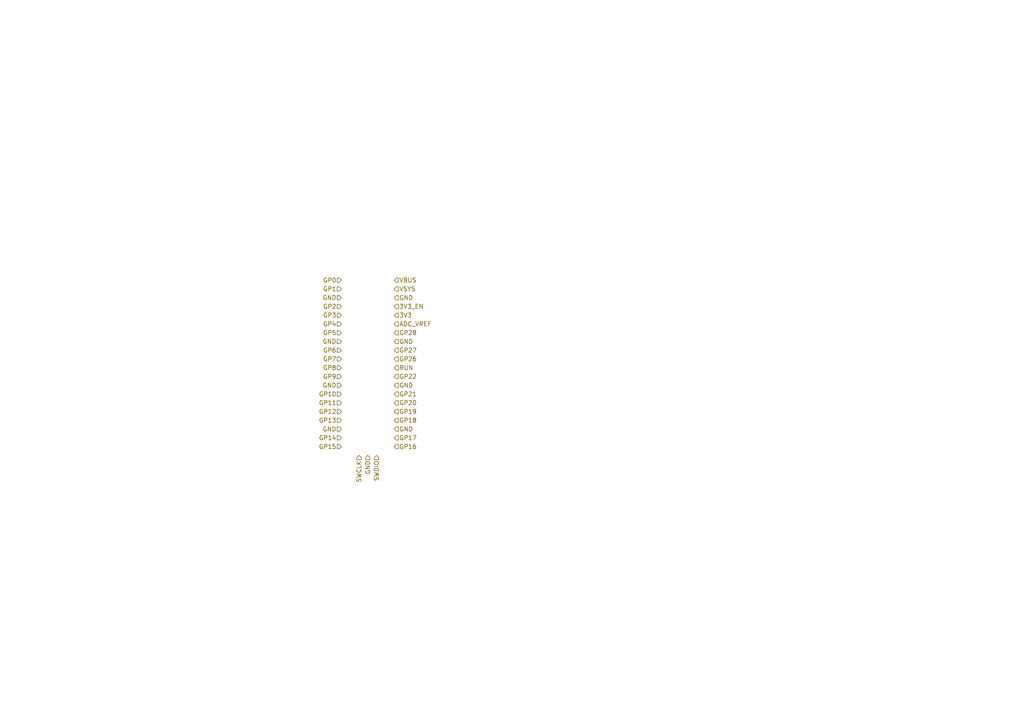
<source format=kicad_sch>
(kicad_sch
	(version 20231120)
	(generator "eeschema")
	(generator_version "8.0")
	(uuid "e790e195-0c4b-46fa-8a57-9298d5682465")
	(paper "A4")
	(lib_symbols)
	(hierarchical_label "GP15"
		(shape input)
		(at 99.06 129.54 180)
		(effects
			(font
				(size 1.27 1.27)
			)
			(justify right)
		)
		(uuid "00111129-7f69-4f7f-a806-a650cbeca7a1")
	)
	(hierarchical_label "GP5"
		(shape input)
		(at 99.06 96.52 180)
		(effects
			(font
				(size 1.27 1.27)
			)
			(justify right)
		)
		(uuid "0b9d8b2c-2e4a-4628-844e-56d38f4e1cb4")
	)
	(hierarchical_label "GP0"
		(shape input)
		(at 99.06 81.28 180)
		(effects
			(font
				(size 1.27 1.27)
			)
			(justify right)
		)
		(uuid "194a1127-d13e-4899-91b0-3be0be710b4d")
	)
	(hierarchical_label "GP1"
		(shape input)
		(at 99.06 83.82 180)
		(effects
			(font
				(size 1.27 1.27)
			)
			(justify right)
		)
		(uuid "21471786-7517-46c1-8cff-9afd0ace4ade")
	)
	(hierarchical_label "GP26"
		(shape input)
		(at 114.3 104.14 0)
		(effects
			(font
				(size 1.27 1.27)
			)
			(justify left)
		)
		(uuid "25854891-30a0-4159-aac9-5b6662384199")
	)
	(hierarchical_label "VBUS"
		(shape input)
		(at 114.3 81.28 0)
		(effects
			(font
				(size 1.27 1.27)
			)
			(justify left)
		)
		(uuid "27f40aa5-d4fc-411b-8b48-21e2829b81df")
	)
	(hierarchical_label "GP28"
		(shape input)
		(at 114.3 96.52 0)
		(effects
			(font
				(size 1.27 1.27)
			)
			(justify left)
		)
		(uuid "31acfc82-702d-445f-991f-561ab6f87c6f")
	)
	(hierarchical_label "GP12"
		(shape input)
		(at 99.06 119.38 180)
		(effects
			(font
				(size 1.27 1.27)
			)
			(justify right)
		)
		(uuid "37990b6a-c5b5-4963-800a-aaf8bbefec11")
	)
	(hierarchical_label "GP10"
		(shape input)
		(at 99.06 114.3 180)
		(effects
			(font
				(size 1.27 1.27)
			)
			(justify right)
		)
		(uuid "3e8a400c-0d1c-4a3e-b576-addee21e29b6")
	)
	(hierarchical_label "GP21"
		(shape input)
		(at 114.3 114.3 0)
		(effects
			(font
				(size 1.27 1.27)
			)
			(justify left)
		)
		(uuid "3fa29605-ffbb-4a78-a83b-0d6cb2c6714b")
	)
	(hierarchical_label "GP6"
		(shape input)
		(at 99.06 101.6 180)
		(effects
			(font
				(size 1.27 1.27)
			)
			(justify right)
		)
		(uuid "4e275f50-6d6e-4418-9cdd-63d3d342ed61")
	)
	(hierarchical_label "GND"
		(shape input)
		(at 106.68 132.08 270)
		(effects
			(font
				(size 1.27 1.27)
			)
			(justify right)
		)
		(uuid "500c94e6-9166-45fd-9bb4-1be8e8bad46d")
	)
	(hierarchical_label "GP18"
		(shape input)
		(at 114.3 121.92 0)
		(effects
			(font
				(size 1.27 1.27)
			)
			(justify left)
		)
		(uuid "5fa7e504-f980-463d-b625-8afad6e3d7fb")
	)
	(hierarchical_label "GND"
		(shape input)
		(at 99.06 99.06 180)
		(effects
			(font
				(size 1.27 1.27)
			)
			(justify right)
		)
		(uuid "64a22177-469b-48cb-ab80-bcb75bc13cd5")
	)
	(hierarchical_label "RUN"
		(shape input)
		(at 114.3 106.68 0)
		(effects
			(font
				(size 1.27 1.27)
			)
			(justify left)
		)
		(uuid "7723f1e7-f1a2-4ef0-8949-23d5dfd7c1a2")
	)
	(hierarchical_label "GP22"
		(shape input)
		(at 114.3 109.22 0)
		(effects
			(font
				(size 1.27 1.27)
			)
			(justify left)
		)
		(uuid "7a41215c-4f41-4248-91ab-788547378377")
	)
	(hierarchical_label "GND"
		(shape input)
		(at 99.06 86.36 180)
		(effects
			(font
				(size 1.27 1.27)
			)
			(justify right)
		)
		(uuid "7bab8894-9ae6-404a-9d3e-f46724f5a2aa")
	)
	(hierarchical_label "GND"
		(shape input)
		(at 114.3 86.36 0)
		(effects
			(font
				(size 1.27 1.27)
			)
			(justify left)
		)
		(uuid "7cc4e65c-3ffb-4db4-9daa-f1f1bef6d4f9")
	)
	(hierarchical_label "GND"
		(shape input)
		(at 99.06 124.46 180)
		(effects
			(font
				(size 1.27 1.27)
			)
			(justify right)
		)
		(uuid "83c9c9ac-dd1c-42f9-bedd-d5cecae2a43d")
	)
	(hierarchical_label "SWDIO"
		(shape input)
		(at 109.22 132.08 270)
		(effects
			(font
				(size 1.27 1.27)
			)
			(justify right)
		)
		(uuid "8771d371-4354-4c44-aad3-22c726b7acae")
	)
	(hierarchical_label "GP19"
		(shape input)
		(at 114.3 119.38 0)
		(effects
			(font
				(size 1.27 1.27)
			)
			(justify left)
		)
		(uuid "87b7afbe-01a6-4a45-a5ff-d3995160d6ea")
	)
	(hierarchical_label "GP14"
		(shape input)
		(at 99.06 127 180)
		(effects
			(font
				(size 1.27 1.27)
			)
			(justify right)
		)
		(uuid "89ce76a1-1fbf-4d5b-a452-5a5017e8025c")
	)
	(hierarchical_label "GP8"
		(shape input)
		(at 99.06 106.68 180)
		(effects
			(font
				(size 1.27 1.27)
			)
			(justify right)
		)
		(uuid "8c445437-aaa6-44f6-b772-b2187a01000e")
	)
	(hierarchical_label "ADC_VREF"
		(shape input)
		(at 114.3 93.98 0)
		(effects
			(font
				(size 1.27 1.27)
			)
			(justify left)
		)
		(uuid "92d3bb64-3e86-4bb3-bfbc-ae3809b7c7da")
	)
	(hierarchical_label "GP2"
		(shape input)
		(at 99.06 88.9 180)
		(effects
			(font
				(size 1.27 1.27)
			)
			(justify right)
		)
		(uuid "95bcbb98-ba66-4ec0-a952-e3d09821426e")
	)
	(hierarchical_label "GP17"
		(shape input)
		(at 114.3 127 0)
		(effects
			(font
				(size 1.27 1.27)
			)
			(justify left)
		)
		(uuid "9634fb85-5701-4625-8ca6-1dffd844e413")
	)
	(hierarchical_label "GP4"
		(shape input)
		(at 99.06 93.98 180)
		(effects
			(font
				(size 1.27 1.27)
			)
			(justify right)
		)
		(uuid "9ceb566a-1cd1-44eb-b8b5-07a19380eb92")
	)
	(hierarchical_label "GP9"
		(shape input)
		(at 99.06 109.22 180)
		(effects
			(font
				(size 1.27 1.27)
			)
			(justify right)
		)
		(uuid "a18b431e-964c-41a5-8a56-a8d9e307d2e8")
	)
	(hierarchical_label "GP16"
		(shape input)
		(at 114.3 129.54 0)
		(effects
			(font
				(size 1.27 1.27)
			)
			(justify left)
		)
		(uuid "a42acc80-d98e-4f58-a5b6-ed46c21d3b12")
	)
	(hierarchical_label "GP13"
		(shape input)
		(at 99.06 121.92 180)
		(effects
			(font
				(size 1.27 1.27)
			)
			(justify right)
		)
		(uuid "a5d4ff65-3804-40c3-bfac-c5a27b1c3c7c")
	)
	(hierarchical_label "VSYS"
		(shape input)
		(at 114.3 83.82 0)
		(effects
			(font
				(size 1.27 1.27)
			)
			(justify left)
		)
		(uuid "ae74d18e-d9f6-4c9f-a2cb-4e57da580881")
	)
	(hierarchical_label "GND"
		(shape input)
		(at 114.3 99.06 0)
		(effects
			(font
				(size 1.27 1.27)
			)
			(justify left)
		)
		(uuid "afb66485-48df-404d-b29b-2669ecb564ec")
	)
	(hierarchical_label "GP7"
		(shape input)
		(at 99.06 104.14 180)
		(effects
			(font
				(size 1.27 1.27)
			)
			(justify right)
		)
		(uuid "b07ffb01-60ac-4165-8858-9b173998beff")
	)
	(hierarchical_label "GP27"
		(shape input)
		(at 114.3 101.6 0)
		(effects
			(font
				(size 1.27 1.27)
			)
			(justify left)
		)
		(uuid "b4e2cb4f-c230-4613-8f3c-0b46eb53e770")
	)
	(hierarchical_label "GP20"
		(shape input)
		(at 114.3 116.84 0)
		(effects
			(font
				(size 1.27 1.27)
			)
			(justify left)
		)
		(uuid "b52ce0fb-dd0f-47e5-a85f-0284386b30fe")
	)
	(hierarchical_label "GND"
		(shape input)
		(at 114.3 111.76 0)
		(effects
			(font
				(size 1.27 1.27)
			)
			(justify left)
		)
		(uuid "b740e762-169d-44cc-87c5-dfd8fe7bec3e")
	)
	(hierarchical_label "GND"
		(shape input)
		(at 114.3 124.46 0)
		(effects
			(font
				(size 1.27 1.27)
			)
			(justify left)
		)
		(uuid "c306efb4-91f9-4752-bacb-9da321cc0fd4")
	)
	(hierarchical_label "3V3_EN"
		(shape input)
		(at 114.3 88.9 0)
		(effects
			(font
				(size 1.27 1.27)
			)
			(justify left)
		)
		(uuid "c8583f17-b980-4b82-883a-69f8c9679c00")
	)
	(hierarchical_label "SWCLK"
		(shape input)
		(at 104.14 132.08 270)
		(effects
			(font
				(size 1.27 1.27)
			)
			(justify right)
		)
		(uuid "d390c73a-c457-4e7c-a1ae-16c06f5c36b8")
	)
	(hierarchical_label "GP11"
		(shape input)
		(at 99.06 116.84 180)
		(effects
			(font
				(size 1.27 1.27)
			)
			(justify right)
		)
		(uuid "ebcb840a-779f-4deb-a351-e5ede0fd9182")
	)
	(hierarchical_label "GND"
		(shape input)
		(at 99.06 111.76 180)
		(effects
			(font
				(size 1.27 1.27)
			)
			(justify right)
		)
		(uuid "f79952ed-0e0f-44cb-ae0a-3bc5c711529e")
	)
	(hierarchical_label "GP3"
		(shape input)
		(at 99.06 91.44 180)
		(effects
			(font
				(size 1.27 1.27)
			)
			(justify right)
		)
		(uuid "f7d470d7-ca35-44fe-9c2e-fcb1b7032363")
	)
	(hierarchical_label "3V3"
		(shape input)
		(at 114.3 91.44 0)
		(effects
			(font
				(size 1.27 1.27)
			)
			(justify left)
		)
		(uuid "fe7ea54e-bf83-403d-bfba-a075b5c4c454")
	)
)

</source>
